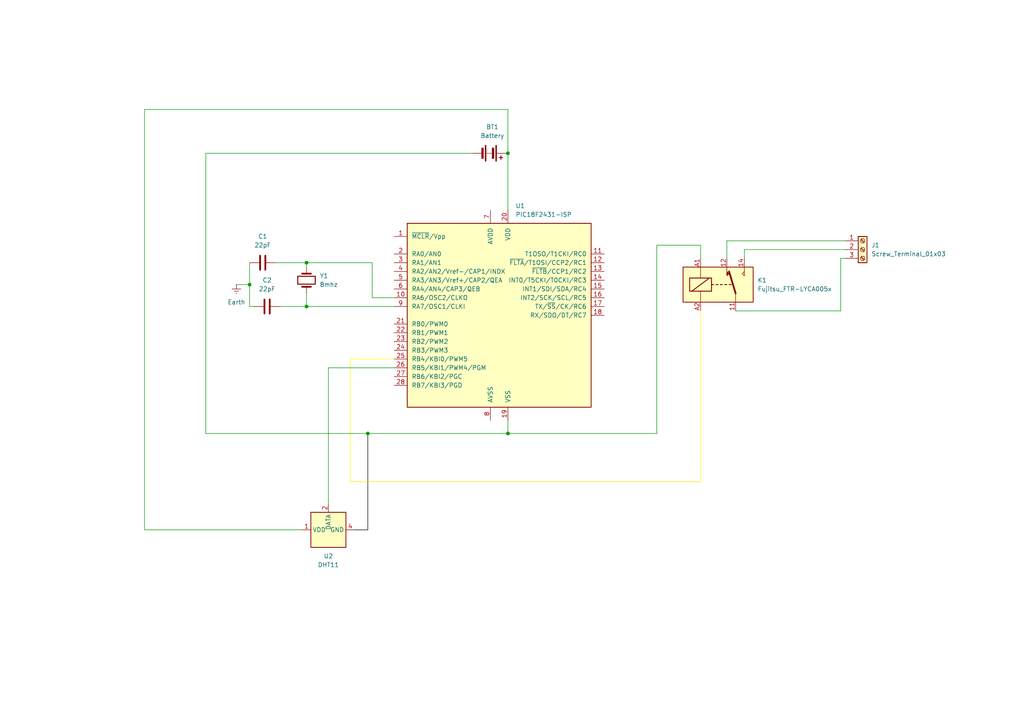
<source format=kicad_sch>
(kicad_sch
	(version 20231120)
	(generator "eeschema")
	(generator_version "8.0")
	(uuid "744d7853-7bb6-41dc-8597-f2adce0e5a82")
	(paper "A4")
	(lib_symbols
		(symbol "Connector:Screw_Terminal_01x03"
			(pin_names
				(offset 1.016) hide)
			(exclude_from_sim no)
			(in_bom yes)
			(on_board yes)
			(property "Reference" "J"
				(at 0 5.08 0)
				(effects
					(font
						(size 1.27 1.27)
					)
				)
			)
			(property "Value" "Screw_Terminal_01x03"
				(at 0 -5.08 0)
				(effects
					(font
						(size 1.27 1.27)
					)
				)
			)
			(property "Footprint" ""
				(at 0 0 0)
				(effects
					(font
						(size 1.27 1.27)
					)
					(hide yes)
				)
			)
			(property "Datasheet" "~"
				(at 0 0 0)
				(effects
					(font
						(size 1.27 1.27)
					)
					(hide yes)
				)
			)
			(property "Description" "Generic screw terminal, single row, 01x03, script generated (kicad-library-utils/schlib/autogen/connector/)"
				(at 0 0 0)
				(effects
					(font
						(size 1.27 1.27)
					)
					(hide yes)
				)
			)
			(property "ki_keywords" "screw terminal"
				(at 0 0 0)
				(effects
					(font
						(size 1.27 1.27)
					)
					(hide yes)
				)
			)
			(property "ki_fp_filters" "TerminalBlock*:*"
				(at 0 0 0)
				(effects
					(font
						(size 1.27 1.27)
					)
					(hide yes)
				)
			)
			(symbol "Screw_Terminal_01x03_1_1"
				(rectangle
					(start -1.27 3.81)
					(end 1.27 -3.81)
					(stroke
						(width 0.254)
						(type default)
					)
					(fill
						(type background)
					)
				)
				(circle
					(center 0 -2.54)
					(radius 0.635)
					(stroke
						(width 0.1524)
						(type default)
					)
					(fill
						(type none)
					)
				)
				(polyline
					(pts
						(xy -0.5334 -2.2098) (xy 0.3302 -3.048)
					)
					(stroke
						(width 0.1524)
						(type default)
					)
					(fill
						(type none)
					)
				)
				(polyline
					(pts
						(xy -0.5334 0.3302) (xy 0.3302 -0.508)
					)
					(stroke
						(width 0.1524)
						(type default)
					)
					(fill
						(type none)
					)
				)
				(polyline
					(pts
						(xy -0.5334 2.8702) (xy 0.3302 2.032)
					)
					(stroke
						(width 0.1524)
						(type default)
					)
					(fill
						(type none)
					)
				)
				(polyline
					(pts
						(xy -0.3556 -2.032) (xy 0.508 -2.8702)
					)
					(stroke
						(width 0.1524)
						(type default)
					)
					(fill
						(type none)
					)
				)
				(polyline
					(pts
						(xy -0.3556 0.508) (xy 0.508 -0.3302)
					)
					(stroke
						(width 0.1524)
						(type default)
					)
					(fill
						(type none)
					)
				)
				(polyline
					(pts
						(xy -0.3556 3.048) (xy 0.508 2.2098)
					)
					(stroke
						(width 0.1524)
						(type default)
					)
					(fill
						(type none)
					)
				)
				(circle
					(center 0 0)
					(radius 0.635)
					(stroke
						(width 0.1524)
						(type default)
					)
					(fill
						(type none)
					)
				)
				(circle
					(center 0 2.54)
					(radius 0.635)
					(stroke
						(width 0.1524)
						(type default)
					)
					(fill
						(type none)
					)
				)
				(pin passive line
					(at -5.08 2.54 0)
					(length 3.81)
					(name "Pin_1"
						(effects
							(font
								(size 1.27 1.27)
							)
						)
					)
					(number "1"
						(effects
							(font
								(size 1.27 1.27)
							)
						)
					)
				)
				(pin passive line
					(at -5.08 0 0)
					(length 3.81)
					(name "Pin_2"
						(effects
							(font
								(size 1.27 1.27)
							)
						)
					)
					(number "2"
						(effects
							(font
								(size 1.27 1.27)
							)
						)
					)
				)
				(pin passive line
					(at -5.08 -2.54 0)
					(length 3.81)
					(name "Pin_3"
						(effects
							(font
								(size 1.27 1.27)
							)
						)
					)
					(number "3"
						(effects
							(font
								(size 1.27 1.27)
							)
						)
					)
				)
			)
		)
		(symbol "Device:Battery"
			(pin_numbers hide)
			(pin_names
				(offset 0) hide)
			(exclude_from_sim no)
			(in_bom yes)
			(on_board yes)
			(property "Reference" "BT"
				(at 2.54 2.54 0)
				(effects
					(font
						(size 1.27 1.27)
					)
					(justify left)
				)
			)
			(property "Value" "Battery"
				(at 2.54 0 0)
				(effects
					(font
						(size 1.27 1.27)
					)
					(justify left)
				)
			)
			(property "Footprint" ""
				(at 0 1.524 90)
				(effects
					(font
						(size 1.27 1.27)
					)
					(hide yes)
				)
			)
			(property "Datasheet" "~"
				(at 0 1.524 90)
				(effects
					(font
						(size 1.27 1.27)
					)
					(hide yes)
				)
			)
			(property "Description" "Multiple-cell battery"
				(at 0 0 0)
				(effects
					(font
						(size 1.27 1.27)
					)
					(hide yes)
				)
			)
			(property "ki_keywords" "batt voltage-source cell"
				(at 0 0 0)
				(effects
					(font
						(size 1.27 1.27)
					)
					(hide yes)
				)
			)
			(symbol "Battery_0_1"
				(rectangle
					(start -2.286 -1.27)
					(end 2.286 -1.524)
					(stroke
						(width 0)
						(type default)
					)
					(fill
						(type outline)
					)
				)
				(rectangle
					(start -2.286 1.778)
					(end 2.286 1.524)
					(stroke
						(width 0)
						(type default)
					)
					(fill
						(type outline)
					)
				)
				(rectangle
					(start -1.524 -2.032)
					(end 1.524 -2.54)
					(stroke
						(width 0)
						(type default)
					)
					(fill
						(type outline)
					)
				)
				(rectangle
					(start -1.524 1.016)
					(end 1.524 0.508)
					(stroke
						(width 0)
						(type default)
					)
					(fill
						(type outline)
					)
				)
				(polyline
					(pts
						(xy 0 -1.016) (xy 0 -0.762)
					)
					(stroke
						(width 0)
						(type default)
					)
					(fill
						(type none)
					)
				)
				(polyline
					(pts
						(xy 0 -0.508) (xy 0 -0.254)
					)
					(stroke
						(width 0)
						(type default)
					)
					(fill
						(type none)
					)
				)
				(polyline
					(pts
						(xy 0 0) (xy 0 0.254)
					)
					(stroke
						(width 0)
						(type default)
					)
					(fill
						(type none)
					)
				)
				(polyline
					(pts
						(xy 0 1.778) (xy 0 2.54)
					)
					(stroke
						(width 0)
						(type default)
					)
					(fill
						(type none)
					)
				)
				(polyline
					(pts
						(xy 0.762 3.048) (xy 1.778 3.048)
					)
					(stroke
						(width 0.254)
						(type default)
					)
					(fill
						(type none)
					)
				)
				(polyline
					(pts
						(xy 1.27 3.556) (xy 1.27 2.54)
					)
					(stroke
						(width 0.254)
						(type default)
					)
					(fill
						(type none)
					)
				)
			)
			(symbol "Battery_1_1"
				(pin passive line
					(at 0 5.08 270)
					(length 2.54)
					(name "+"
						(effects
							(font
								(size 1.27 1.27)
							)
						)
					)
					(number "1"
						(effects
							(font
								(size 1.27 1.27)
							)
						)
					)
				)
				(pin passive line
					(at 0 -5.08 90)
					(length 2.54)
					(name "-"
						(effects
							(font
								(size 1.27 1.27)
							)
						)
					)
					(number "2"
						(effects
							(font
								(size 1.27 1.27)
							)
						)
					)
				)
			)
		)
		(symbol "Device:C"
			(pin_numbers hide)
			(pin_names
				(offset 0.254)
			)
			(exclude_from_sim no)
			(in_bom yes)
			(on_board yes)
			(property "Reference" "C"
				(at 0.635 2.54 0)
				(effects
					(font
						(size 1.27 1.27)
					)
					(justify left)
				)
			)
			(property "Value" "C"
				(at 0.635 -2.54 0)
				(effects
					(font
						(size 1.27 1.27)
					)
					(justify left)
				)
			)
			(property "Footprint" ""
				(at 0.9652 -3.81 0)
				(effects
					(font
						(size 1.27 1.27)
					)
					(hide yes)
				)
			)
			(property "Datasheet" "~"
				(at 0 0 0)
				(effects
					(font
						(size 1.27 1.27)
					)
					(hide yes)
				)
			)
			(property "Description" "Unpolarized capacitor"
				(at 0 0 0)
				(effects
					(font
						(size 1.27 1.27)
					)
					(hide yes)
				)
			)
			(property "ki_keywords" "cap capacitor"
				(at 0 0 0)
				(effects
					(font
						(size 1.27 1.27)
					)
					(hide yes)
				)
			)
			(property "ki_fp_filters" "C_*"
				(at 0 0 0)
				(effects
					(font
						(size 1.27 1.27)
					)
					(hide yes)
				)
			)
			(symbol "C_0_1"
				(polyline
					(pts
						(xy -2.032 -0.762) (xy 2.032 -0.762)
					)
					(stroke
						(width 0.508)
						(type default)
					)
					(fill
						(type none)
					)
				)
				(polyline
					(pts
						(xy -2.032 0.762) (xy 2.032 0.762)
					)
					(stroke
						(width 0.508)
						(type default)
					)
					(fill
						(type none)
					)
				)
			)
			(symbol "C_1_1"
				(pin passive line
					(at 0 3.81 270)
					(length 2.794)
					(name "~"
						(effects
							(font
								(size 1.27 1.27)
							)
						)
					)
					(number "1"
						(effects
							(font
								(size 1.27 1.27)
							)
						)
					)
				)
				(pin passive line
					(at 0 -3.81 90)
					(length 2.794)
					(name "~"
						(effects
							(font
								(size 1.27 1.27)
							)
						)
					)
					(number "2"
						(effects
							(font
								(size 1.27 1.27)
							)
						)
					)
				)
			)
		)
		(symbol "Device:Crystal"
			(pin_numbers hide)
			(pin_names
				(offset 1.016) hide)
			(exclude_from_sim no)
			(in_bom yes)
			(on_board yes)
			(property "Reference" "Y"
				(at 0 3.81 0)
				(effects
					(font
						(size 1.27 1.27)
					)
				)
			)
			(property "Value" "Crystal"
				(at 0 -3.81 0)
				(effects
					(font
						(size 1.27 1.27)
					)
				)
			)
			(property "Footprint" ""
				(at 0 0 0)
				(effects
					(font
						(size 1.27 1.27)
					)
					(hide yes)
				)
			)
			(property "Datasheet" "~"
				(at 0 0 0)
				(effects
					(font
						(size 1.27 1.27)
					)
					(hide yes)
				)
			)
			(property "Description" "Two pin crystal"
				(at 0 0 0)
				(effects
					(font
						(size 1.27 1.27)
					)
					(hide yes)
				)
			)
			(property "ki_keywords" "quartz ceramic resonator oscillator"
				(at 0 0 0)
				(effects
					(font
						(size 1.27 1.27)
					)
					(hide yes)
				)
			)
			(property "ki_fp_filters" "Crystal*"
				(at 0 0 0)
				(effects
					(font
						(size 1.27 1.27)
					)
					(hide yes)
				)
			)
			(symbol "Crystal_0_1"
				(rectangle
					(start -1.143 2.54)
					(end 1.143 -2.54)
					(stroke
						(width 0.3048)
						(type default)
					)
					(fill
						(type none)
					)
				)
				(polyline
					(pts
						(xy -2.54 0) (xy -1.905 0)
					)
					(stroke
						(width 0)
						(type default)
					)
					(fill
						(type none)
					)
				)
				(polyline
					(pts
						(xy -1.905 -1.27) (xy -1.905 1.27)
					)
					(stroke
						(width 0.508)
						(type default)
					)
					(fill
						(type none)
					)
				)
				(polyline
					(pts
						(xy 1.905 -1.27) (xy 1.905 1.27)
					)
					(stroke
						(width 0.508)
						(type default)
					)
					(fill
						(type none)
					)
				)
				(polyline
					(pts
						(xy 2.54 0) (xy 1.905 0)
					)
					(stroke
						(width 0)
						(type default)
					)
					(fill
						(type none)
					)
				)
			)
			(symbol "Crystal_1_1"
				(pin passive line
					(at -3.81 0 0)
					(length 1.27)
					(name "1"
						(effects
							(font
								(size 1.27 1.27)
							)
						)
					)
					(number "1"
						(effects
							(font
								(size 1.27 1.27)
							)
						)
					)
				)
				(pin passive line
					(at 3.81 0 180)
					(length 1.27)
					(name "2"
						(effects
							(font
								(size 1.27 1.27)
							)
						)
					)
					(number "2"
						(effects
							(font
								(size 1.27 1.27)
							)
						)
					)
				)
			)
		)
		(symbol "MCU_Microchip_PIC18:PIC18F2431-ISP"
			(pin_names
				(offset 1.27)
			)
			(exclude_from_sim no)
			(in_bom yes)
			(on_board yes)
			(property "Reference" "U"
				(at -25.4 27.94 0)
				(effects
					(font
						(size 1.27 1.27)
					)
				)
			)
			(property "Value" "PIC18F2431-ISP"
				(at 16.51 -27.94 0)
				(effects
					(font
						(size 1.27 1.27)
					)
				)
			)
			(property "Footprint" "Package_DIP:DIP-28_W7.62mm"
				(at 0 0 0)
				(effects
					(font
						(size 1.27 1.27)
						(italic yes)
					)
					(hide yes)
				)
			)
			(property "Datasheet" "http://ww1.microchip.com/downloads/en/DeviceDoc/39616d.pdf"
				(at 0 -10.16 0)
				(effects
					(font
						(size 1.27 1.27)
					)
					(hide yes)
				)
			)
			(property "Description" "16K Flash, 768B SRAM, 256B EEPROM, nanoWatt XLP, ADC, PWM, SPDIP28"
				(at 0 0 0)
				(effects
					(font
						(size 1.27 1.27)
					)
					(hide yes)
				)
			)
			(property "ki_keywords" "Flash-Based 8-Bit Microcontroller XLP"
				(at 0 0 0)
				(effects
					(font
						(size 1.27 1.27)
					)
					(hide yes)
				)
			)
			(property "ki_fp_filters" "DIP*W7.62mm* PDIP*W7.62mm*"
				(at 0 0 0)
				(effects
					(font
						(size 1.27 1.27)
					)
					(hide yes)
				)
			)
			(symbol "PIC18F2431-ISP_0_1"
				(rectangle
					(start -26.67 26.67)
					(end 26.67 -26.67)
					(stroke
						(width 0.254)
						(type default)
					)
					(fill
						(type background)
					)
				)
			)
			(symbol "PIC18F2431-ISP_1_1"
				(pin input line
					(at -30.48 22.86 0)
					(length 3.81)
					(name "~{MCLR}/Vpp"
						(effects
							(font
								(size 1.27 1.27)
							)
						)
					)
					(number "1"
						(effects
							(font
								(size 1.27 1.27)
							)
						)
					)
				)
				(pin bidirectional line
					(at -30.48 5.08 0)
					(length 3.81)
					(name "RA6/OSC2/CLKO"
						(effects
							(font
								(size 1.27 1.27)
							)
						)
					)
					(number "10"
						(effects
							(font
								(size 1.27 1.27)
							)
						)
					)
				)
				(pin bidirectional line
					(at 30.48 17.78 180)
					(length 3.81)
					(name "T1OSO/T1CKI/RC0"
						(effects
							(font
								(size 1.27 1.27)
							)
						)
					)
					(number "11"
						(effects
							(font
								(size 1.27 1.27)
							)
						)
					)
				)
				(pin bidirectional line
					(at 30.48 15.24 180)
					(length 3.81)
					(name "~{FLTA}/T1OSI/CCP2/RC1"
						(effects
							(font
								(size 1.27 1.27)
							)
						)
					)
					(number "12"
						(effects
							(font
								(size 1.27 1.27)
							)
						)
					)
				)
				(pin bidirectional line
					(at 30.48 12.7 180)
					(length 3.81)
					(name "~{FLTB}/CCP1/RC2"
						(effects
							(font
								(size 1.27 1.27)
							)
						)
					)
					(number "13"
						(effects
							(font
								(size 1.27 1.27)
							)
						)
					)
				)
				(pin bidirectional line
					(at 30.48 10.16 180)
					(length 3.81)
					(name "INT0/T5CKI/T0CKI/RC3"
						(effects
							(font
								(size 1.27 1.27)
							)
						)
					)
					(number "14"
						(effects
							(font
								(size 1.27 1.27)
							)
						)
					)
				)
				(pin bidirectional line
					(at 30.48 7.62 180)
					(length 3.81)
					(name "INT1/SDI/SDA/RC4"
						(effects
							(font
								(size 1.27 1.27)
							)
						)
					)
					(number "15"
						(effects
							(font
								(size 1.27 1.27)
							)
						)
					)
				)
				(pin bidirectional line
					(at 30.48 5.08 180)
					(length 3.81)
					(name "INT2/SCK/SCL/RC5"
						(effects
							(font
								(size 1.27 1.27)
							)
						)
					)
					(number "16"
						(effects
							(font
								(size 1.27 1.27)
							)
						)
					)
				)
				(pin bidirectional line
					(at 30.48 2.54 180)
					(length 3.81)
					(name "TX/~{SS}/CK/RC6"
						(effects
							(font
								(size 1.27 1.27)
							)
						)
					)
					(number "17"
						(effects
							(font
								(size 1.27 1.27)
							)
						)
					)
				)
				(pin bidirectional line
					(at 30.48 0 180)
					(length 3.81)
					(name "RX/SDO/DT/RC7"
						(effects
							(font
								(size 1.27 1.27)
							)
						)
					)
					(number "18"
						(effects
							(font
								(size 1.27 1.27)
							)
						)
					)
				)
				(pin power_in line
					(at 2.54 -30.48 90)
					(length 3.81)
					(name "VSS"
						(effects
							(font
								(size 1.27 1.27)
							)
						)
					)
					(number "19"
						(effects
							(font
								(size 1.27 1.27)
							)
						)
					)
				)
				(pin bidirectional line
					(at -30.48 17.78 0)
					(length 3.81)
					(name "RA0/AN0"
						(effects
							(font
								(size 1.27 1.27)
							)
						)
					)
					(number "2"
						(effects
							(font
								(size 1.27 1.27)
							)
						)
					)
				)
				(pin power_in line
					(at 2.54 30.48 270)
					(length 3.81)
					(name "VDD"
						(effects
							(font
								(size 1.27 1.27)
							)
						)
					)
					(number "20"
						(effects
							(font
								(size 1.27 1.27)
							)
						)
					)
				)
				(pin bidirectional line
					(at -30.48 -2.54 0)
					(length 3.81)
					(name "RB0/PWM0"
						(effects
							(font
								(size 1.27 1.27)
							)
						)
					)
					(number "21"
						(effects
							(font
								(size 1.27 1.27)
							)
						)
					)
				)
				(pin bidirectional line
					(at -30.48 -5.08 0)
					(length 3.81)
					(name "RB1/PWM1"
						(effects
							(font
								(size 1.27 1.27)
							)
						)
					)
					(number "22"
						(effects
							(font
								(size 1.27 1.27)
							)
						)
					)
				)
				(pin bidirectional line
					(at -30.48 -7.62 0)
					(length 3.81)
					(name "RB2/PWM2"
						(effects
							(font
								(size 1.27 1.27)
							)
						)
					)
					(number "23"
						(effects
							(font
								(size 1.27 1.27)
							)
						)
					)
				)
				(pin bidirectional line
					(at -30.48 -10.16 0)
					(length 3.81)
					(name "RB3/PWM3"
						(effects
							(font
								(size 1.27 1.27)
							)
						)
					)
					(number "24"
						(effects
							(font
								(size 1.27 1.27)
							)
						)
					)
				)
				(pin bidirectional line
					(at -30.48 -12.7 0)
					(length 3.81)
					(name "RB4/KBI0/PWM5"
						(effects
							(font
								(size 1.27 1.27)
							)
						)
					)
					(number "25"
						(effects
							(font
								(size 1.27 1.27)
							)
						)
					)
				)
				(pin bidirectional line
					(at -30.48 -15.24 0)
					(length 3.81)
					(name "RB5/KBI1/PWM4/PGM"
						(effects
							(font
								(size 1.27 1.27)
							)
						)
					)
					(number "26"
						(effects
							(font
								(size 1.27 1.27)
							)
						)
					)
				)
				(pin bidirectional line
					(at -30.48 -17.78 0)
					(length 3.81)
					(name "RB6/KBI2/PGC"
						(effects
							(font
								(size 1.27 1.27)
							)
						)
					)
					(number "27"
						(effects
							(font
								(size 1.27 1.27)
							)
						)
					)
				)
				(pin bidirectional line
					(at -30.48 -20.32 0)
					(length 3.81)
					(name "RB7/KBI3/PGD"
						(effects
							(font
								(size 1.27 1.27)
							)
						)
					)
					(number "28"
						(effects
							(font
								(size 1.27 1.27)
							)
						)
					)
				)
				(pin bidirectional line
					(at -30.48 15.24 0)
					(length 3.81)
					(name "RA1/AN1"
						(effects
							(font
								(size 1.27 1.27)
							)
						)
					)
					(number "3"
						(effects
							(font
								(size 1.27 1.27)
							)
						)
					)
				)
				(pin bidirectional line
					(at -30.48 12.7 0)
					(length 3.81)
					(name "RA2/AN2/Vref-/CAP1/INDX"
						(effects
							(font
								(size 1.27 1.27)
							)
						)
					)
					(number "4"
						(effects
							(font
								(size 1.27 1.27)
							)
						)
					)
				)
				(pin bidirectional line
					(at -30.48 10.16 0)
					(length 3.81)
					(name "RA3/AN3/Vref+/CAP2/QEA"
						(effects
							(font
								(size 1.27 1.27)
							)
						)
					)
					(number "5"
						(effects
							(font
								(size 1.27 1.27)
							)
						)
					)
				)
				(pin bidirectional line
					(at -30.48 7.62 0)
					(length 3.81)
					(name "RA4/AN4/CAP3/QEB"
						(effects
							(font
								(size 1.27 1.27)
							)
						)
					)
					(number "6"
						(effects
							(font
								(size 1.27 1.27)
							)
						)
					)
				)
				(pin power_in line
					(at -2.54 30.48 270)
					(length 3.81)
					(name "AVDD"
						(effects
							(font
								(size 1.27 1.27)
							)
						)
					)
					(number "7"
						(effects
							(font
								(size 1.27 1.27)
							)
						)
					)
				)
				(pin power_in line
					(at -2.54 -30.48 90)
					(length 3.81)
					(name "AVSS"
						(effects
							(font
								(size 1.27 1.27)
							)
						)
					)
					(number "8"
						(effects
							(font
								(size 1.27 1.27)
							)
						)
					)
				)
				(pin bidirectional line
					(at -30.48 2.54 0)
					(length 3.81)
					(name "RA7/OSC1/CLKI"
						(effects
							(font
								(size 1.27 1.27)
							)
						)
					)
					(number "9"
						(effects
							(font
								(size 1.27 1.27)
							)
						)
					)
				)
			)
		)
		(symbol "Relay:Fujitsu_FTR-LYCA005x"
			(exclude_from_sim no)
			(in_bom yes)
			(on_board yes)
			(property "Reference" "K"
				(at 11.43 3.81 0)
				(effects
					(font
						(size 1.27 1.27)
					)
					(justify left)
				)
			)
			(property "Value" "Fujitsu_FTR-LYCA005x"
				(at 11.43 1.27 0)
				(effects
					(font
						(size 1.27 1.27)
					)
					(justify left)
				)
			)
			(property "Footprint" "Relay_THT:Relay_SPDT_Fujitsu_FTR-LYCA005x_FormC_Vertical"
				(at 11.43 -1.27 0)
				(effects
					(font
						(size 1.27 1.27)
					)
					(justify left)
					(hide yes)
				)
			)
			(property "Datasheet" "https://www.fujitsu.com/sg/imagesgig5/ftr-ly.pdf"
				(at 16.51 -3.81 0)
				(effects
					(font
						(size 1.27 1.27)
					)
					(justify left)
					(hide yes)
				)
			)
			(property "Description" "Relay, SPDT Form C, vertical mount, 5-60V coil, 6A, 250VAC, 28 x 5 x 15mm"
				(at 0 0 0)
				(effects
					(font
						(size 1.27 1.27)
					)
					(hide yes)
				)
			)
			(property "ki_keywords" "6A SPDT Relay"
				(at 0 0 0)
				(effects
					(font
						(size 1.27 1.27)
					)
					(hide yes)
				)
			)
			(property "ki_fp_filters" "Relay*Fujitsu*FTR?LYC*"
				(at 0 0 0)
				(effects
					(font
						(size 1.27 1.27)
					)
					(hide yes)
				)
			)
			(symbol "Fujitsu_FTR-LYCA005x_0_0"
				(polyline
					(pts
						(xy 7.62 5.08) (xy 7.62 2.54) (xy 6.985 3.175) (xy 7.62 3.81)
					)
					(stroke
						(width 0)
						(type default)
					)
					(fill
						(type none)
					)
				)
			)
			(symbol "Fujitsu_FTR-LYCA005x_0_1"
				(rectangle
					(start -10.16 5.08)
					(end 10.16 -5.08)
					(stroke
						(width 0.254)
						(type default)
					)
					(fill
						(type background)
					)
				)
				(rectangle
					(start -8.255 1.905)
					(end -1.905 -1.905)
					(stroke
						(width 0.254)
						(type default)
					)
					(fill
						(type none)
					)
				)
				(polyline
					(pts
						(xy -7.62 -1.905) (xy -2.54 1.905)
					)
					(stroke
						(width 0.254)
						(type default)
					)
					(fill
						(type none)
					)
				)
				(polyline
					(pts
						(xy -5.08 -5.08) (xy -5.08 -1.905)
					)
					(stroke
						(width 0)
						(type default)
					)
					(fill
						(type none)
					)
				)
				(polyline
					(pts
						(xy -5.08 5.08) (xy -5.08 1.905)
					)
					(stroke
						(width 0)
						(type default)
					)
					(fill
						(type none)
					)
				)
				(polyline
					(pts
						(xy -1.905 0) (xy -1.27 0)
					)
					(stroke
						(width 0.254)
						(type default)
					)
					(fill
						(type none)
					)
				)
				(polyline
					(pts
						(xy -0.635 0) (xy 0 0)
					)
					(stroke
						(width 0.254)
						(type default)
					)
					(fill
						(type none)
					)
				)
				(polyline
					(pts
						(xy 0.635 0) (xy 1.27 0)
					)
					(stroke
						(width 0.254)
						(type default)
					)
					(fill
						(type none)
					)
				)
				(polyline
					(pts
						(xy 1.905 0) (xy 2.54 0)
					)
					(stroke
						(width 0.254)
						(type default)
					)
					(fill
						(type none)
					)
				)
				(polyline
					(pts
						(xy 3.175 0) (xy 3.81 0)
					)
					(stroke
						(width 0.254)
						(type default)
					)
					(fill
						(type none)
					)
				)
				(polyline
					(pts
						(xy 5.08 -2.54) (xy 3.175 3.81)
					)
					(stroke
						(width 0.508)
						(type default)
					)
					(fill
						(type none)
					)
				)
				(polyline
					(pts
						(xy 5.08 -2.54) (xy 5.08 -5.08)
					)
					(stroke
						(width 0)
						(type default)
					)
					(fill
						(type none)
					)
				)
				(polyline
					(pts
						(xy 2.54 5.08) (xy 2.54 2.54) (xy 3.175 3.175) (xy 2.54 3.81)
					)
					(stroke
						(width 0)
						(type default)
					)
					(fill
						(type outline)
					)
				)
			)
			(symbol "Fujitsu_FTR-LYCA005x_1_1"
				(pin passive line
					(at 5.08 -7.62 90)
					(length 2.54)
					(name "~"
						(effects
							(font
								(size 1.27 1.27)
							)
						)
					)
					(number "11"
						(effects
							(font
								(size 1.27 1.27)
							)
						)
					)
				)
				(pin passive line
					(at 2.54 7.62 270)
					(length 2.54)
					(name "~"
						(effects
							(font
								(size 1.27 1.27)
							)
						)
					)
					(number "12"
						(effects
							(font
								(size 1.27 1.27)
							)
						)
					)
				)
				(pin passive line
					(at 7.62 7.62 270)
					(length 2.54)
					(name "~"
						(effects
							(font
								(size 1.27 1.27)
							)
						)
					)
					(number "14"
						(effects
							(font
								(size 1.27 1.27)
							)
						)
					)
				)
				(pin passive line
					(at -5.08 7.62 270)
					(length 2.54)
					(name "~"
						(effects
							(font
								(size 1.27 1.27)
							)
						)
					)
					(number "A1"
						(effects
							(font
								(size 1.27 1.27)
							)
						)
					)
				)
				(pin passive line
					(at -5.08 -7.62 90)
					(length 2.54)
					(name "~"
						(effects
							(font
								(size 1.27 1.27)
							)
						)
					)
					(number "A2"
						(effects
							(font
								(size 1.27 1.27)
							)
						)
					)
				)
			)
		)
		(symbol "Sensor:DHT11"
			(exclude_from_sim no)
			(in_bom yes)
			(on_board yes)
			(property "Reference" "U"
				(at -3.81 6.35 0)
				(effects
					(font
						(size 1.27 1.27)
					)
				)
			)
			(property "Value" "DHT11"
				(at 3.81 6.35 0)
				(effects
					(font
						(size 1.27 1.27)
					)
				)
			)
			(property "Footprint" "Sensor:Aosong_DHT11_5.5x12.0_P2.54mm"
				(at 0 -10.16 0)
				(effects
					(font
						(size 1.27 1.27)
					)
					(hide yes)
				)
			)
			(property "Datasheet" "http://akizukidenshi.com/download/ds/aosong/DHT11.pdf"
				(at 3.81 6.35 0)
				(effects
					(font
						(size 1.27 1.27)
					)
					(hide yes)
				)
			)
			(property "Description" "3.3V to 5.5V, temperature and humidity module, DHT11"
				(at 0 0 0)
				(effects
					(font
						(size 1.27 1.27)
					)
					(hide yes)
				)
			)
			(property "ki_keywords" "digital sensor"
				(at 0 0 0)
				(effects
					(font
						(size 1.27 1.27)
					)
					(hide yes)
				)
			)
			(property "ki_fp_filters" "Aosong*DHT11*5.5x12.0*P2.54mm*"
				(at 0 0 0)
				(effects
					(font
						(size 1.27 1.27)
					)
					(hide yes)
				)
			)
			(symbol "DHT11_0_1"
				(rectangle
					(start -5.08 5.08)
					(end 5.08 -5.08)
					(stroke
						(width 0.254)
						(type default)
					)
					(fill
						(type background)
					)
				)
			)
			(symbol "DHT11_1_1"
				(pin power_in line
					(at 0 7.62 270)
					(length 2.54)
					(name "VDD"
						(effects
							(font
								(size 1.27 1.27)
							)
						)
					)
					(number "1"
						(effects
							(font
								(size 1.27 1.27)
							)
						)
					)
				)
				(pin bidirectional line
					(at 7.62 0 180)
					(length 2.54)
					(name "DATA"
						(effects
							(font
								(size 1.27 1.27)
							)
						)
					)
					(number "2"
						(effects
							(font
								(size 1.27 1.27)
							)
						)
					)
				)
				(pin no_connect line
					(at -5.08 0 0)
					(length 2.54) hide
					(name "NC"
						(effects
							(font
								(size 1.27 1.27)
							)
						)
					)
					(number "3"
						(effects
							(font
								(size 1.27 1.27)
							)
						)
					)
				)
				(pin power_in line
					(at 0 -7.62 90)
					(length 2.54)
					(name "GND"
						(effects
							(font
								(size 1.27 1.27)
							)
						)
					)
					(number "4"
						(effects
							(font
								(size 1.27 1.27)
							)
						)
					)
				)
			)
		)
		(symbol "power:Earth"
			(power)
			(pin_numbers hide)
			(pin_names
				(offset 0) hide)
			(exclude_from_sim no)
			(in_bom yes)
			(on_board yes)
			(property "Reference" "#PWR"
				(at 0 -6.35 0)
				(effects
					(font
						(size 1.27 1.27)
					)
					(hide yes)
				)
			)
			(property "Value" "Earth"
				(at 0 -3.81 0)
				(effects
					(font
						(size 1.27 1.27)
					)
				)
			)
			(property "Footprint" ""
				(at 0 0 0)
				(effects
					(font
						(size 1.27 1.27)
					)
					(hide yes)
				)
			)
			(property "Datasheet" "~"
				(at 0 0 0)
				(effects
					(font
						(size 1.27 1.27)
					)
					(hide yes)
				)
			)
			(property "Description" "Power symbol creates a global label with name \"Earth\""
				(at 0 0 0)
				(effects
					(font
						(size 1.27 1.27)
					)
					(hide yes)
				)
			)
			(property "ki_keywords" "global ground gnd"
				(at 0 0 0)
				(effects
					(font
						(size 1.27 1.27)
					)
					(hide yes)
				)
			)
			(symbol "Earth_0_1"
				(polyline
					(pts
						(xy -0.635 -1.905) (xy 0.635 -1.905)
					)
					(stroke
						(width 0)
						(type default)
					)
					(fill
						(type none)
					)
				)
				(polyline
					(pts
						(xy -0.127 -2.54) (xy 0.127 -2.54)
					)
					(stroke
						(width 0)
						(type default)
					)
					(fill
						(type none)
					)
				)
				(polyline
					(pts
						(xy 0 -1.27) (xy 0 0)
					)
					(stroke
						(width 0)
						(type default)
					)
					(fill
						(type none)
					)
				)
				(polyline
					(pts
						(xy 1.27 -1.27) (xy -1.27 -1.27)
					)
					(stroke
						(width 0)
						(type default)
					)
					(fill
						(type none)
					)
				)
			)
			(symbol "Earth_1_1"
				(pin power_in line
					(at 0 0 270)
					(length 0)
					(name "~"
						(effects
							(font
								(size 1.27 1.27)
							)
						)
					)
					(number "1"
						(effects
							(font
								(size 1.27 1.27)
							)
						)
					)
				)
			)
		)
	)
	(junction
		(at 72.39 82.55)
		(diameter 0)
		(color 0 0 0 0)
		(uuid "7ef79910-899e-4fb2-a185-44acc17a23bd")
	)
	(junction
		(at 147.32 44.45)
		(diameter 0)
		(color 0 0 0 0)
		(uuid "86aff73c-899a-4612-b139-a2c05011fb59")
	)
	(junction
		(at 88.9 76.2)
		(diameter 0)
		(color 0 0 0 0)
		(uuid "9b6893eb-8ab6-4a80-ba93-37def18ee7aa")
	)
	(junction
		(at 106.68 125.73)
		(diameter 0)
		(color 0 0 0 0)
		(uuid "ea1cec37-9d47-4492-95f1-70f2e1e26cd6")
	)
	(junction
		(at 88.9 88.9)
		(diameter 0)
		(color 0 0 0 0)
		(uuid "f3eeb795-c931-44f2-b6f9-d78ca95266b7")
	)
	(junction
		(at 147.32 125.73)
		(diameter 0)
		(color 0 0 0 0)
		(uuid "f5e953d4-2144-4191-bf52-d26aef43e9b3")
	)
	(wire
		(pts
			(xy 215.9 74.93) (xy 215.9 72.39)
		)
		(stroke
			(width 0)
			(type default)
		)
		(uuid "02221113-800b-4745-9cd2-8857121e6871")
	)
	(wire
		(pts
			(xy 101.6 104.14) (xy 101.6 139.7)
		)
		(stroke
			(width 0)
			(type default)
			(color 243 255 0 1)
		)
		(uuid "02f3a559-4c70-4696-8e0f-04ece11bc27a")
	)
	(wire
		(pts
			(xy 114.3 106.68) (xy 95.25 106.68)
		)
		(stroke
			(width 0)
			(type default)
		)
		(uuid "11e07227-9788-47fd-be14-77ed71153891")
	)
	(wire
		(pts
			(xy 243.84 90.17) (xy 243.84 74.93)
		)
		(stroke
			(width 0)
			(type default)
		)
		(uuid "142b6922-6fc4-4b99-b239-d0c499fcb1b8")
	)
	(wire
		(pts
			(xy 106.68 153.67) (xy 106.68 125.73)
		)
		(stroke
			(width 0)
			(type default)
			(color 0 0 0 1)
		)
		(uuid "1c1db33b-072c-40d5-ae2c-f6ea58e75f23")
	)
	(wire
		(pts
			(xy 137.16 44.45) (xy 59.69 44.45)
		)
		(stroke
			(width 0)
			(type default)
		)
		(uuid "2152717e-e3bd-41b5-b85c-375d1c5e24f7")
	)
	(wire
		(pts
			(xy 41.91 153.67) (xy 87.63 153.67)
		)
		(stroke
			(width 0)
			(type default)
		)
		(uuid "2193c8c4-9b4c-4db4-8927-a00efe908c8c")
	)
	(wire
		(pts
			(xy 80.01 76.2) (xy 88.9 76.2)
		)
		(stroke
			(width 0)
			(type default)
		)
		(uuid "225cfcb1-0e2b-450b-9c22-f417d2fc8f49")
	)
	(wire
		(pts
			(xy 210.82 69.85) (xy 245.11 69.85)
		)
		(stroke
			(width 0)
			(type default)
		)
		(uuid "23f91ffe-4578-4d96-be6f-3b1e8323a6a2")
	)
	(wire
		(pts
			(xy 72.39 76.2) (xy 72.39 82.55)
		)
		(stroke
			(width 0)
			(type default)
		)
		(uuid "25789851-538b-41c7-a108-2f24b09bbb41")
	)
	(wire
		(pts
			(xy 114.3 104.14) (xy 101.6 104.14)
		)
		(stroke
			(width 0)
			(type default)
			(color 255 251 0 1)
		)
		(uuid "27bcbf7a-1314-43b0-a638-49351482e5e3")
	)
	(wire
		(pts
			(xy 107.95 86.36) (xy 107.95 76.2)
		)
		(stroke
			(width 0)
			(type default)
		)
		(uuid "2941c97f-2454-4449-bb8a-12e2e6fb7f8d")
	)
	(wire
		(pts
			(xy 88.9 76.2) (xy 107.95 76.2)
		)
		(stroke
			(width 0)
			(type default)
		)
		(uuid "29ed3e81-4a2d-4bc5-a1ca-de363191dc91")
	)
	(wire
		(pts
			(xy 101.6 139.7) (xy 203.2 139.7)
		)
		(stroke
			(width 0)
			(type default)
			(color 255 228 0 1)
		)
		(uuid "30ca7db1-107e-4ef2-80c9-5890e732317a")
	)
	(wire
		(pts
			(xy 147.32 121.92) (xy 147.32 125.73)
		)
		(stroke
			(width 0)
			(type default)
		)
		(uuid "3632f762-fce9-4f78-a8dc-1280bad4da17")
	)
	(wire
		(pts
			(xy 59.69 44.45) (xy 59.69 125.73)
		)
		(stroke
			(width 0)
			(type default)
		)
		(uuid "48f3a881-f2ea-4f89-a875-642e00097e31")
	)
	(wire
		(pts
			(xy 147.32 31.75) (xy 41.91 31.75)
		)
		(stroke
			(width 0)
			(type default)
		)
		(uuid "53d0ffaf-42a1-42df-9ba1-87c4f693376d")
	)
	(wire
		(pts
			(xy 114.3 86.36) (xy 107.95 86.36)
		)
		(stroke
			(width 0)
			(type default)
		)
		(uuid "618e6937-dc65-48aa-ad98-c5c4efb6a68c")
	)
	(wire
		(pts
			(xy 68.58 82.55) (xy 72.39 82.55)
		)
		(stroke
			(width 0)
			(type default)
		)
		(uuid "725de137-bc0f-44c6-9f39-b3f72bf6a7e8")
	)
	(wire
		(pts
			(xy 203.2 71.12) (xy 203.2 74.93)
		)
		(stroke
			(width 0)
			(type default)
		)
		(uuid "7efb2a06-a4d2-44de-acc3-7e612f1713b5")
	)
	(wire
		(pts
			(xy 147.32 44.45) (xy 147.32 31.75)
		)
		(stroke
			(width 0)
			(type default)
		)
		(uuid "8265dd3d-f149-4883-9f8c-f520bd95d711")
	)
	(wire
		(pts
			(xy 243.84 74.93) (xy 245.11 74.93)
		)
		(stroke
			(width 0)
			(type default)
		)
		(uuid "89d9bc15-44ed-4538-b4b2-4f710ec2debe")
	)
	(wire
		(pts
			(xy 72.39 88.9) (xy 73.66 88.9)
		)
		(stroke
			(width 0)
			(type default)
		)
		(uuid "936faf48-b74e-4a03-9608-376942e1aa02")
	)
	(wire
		(pts
			(xy 59.69 125.73) (xy 106.68 125.73)
		)
		(stroke
			(width 0)
			(type default)
		)
		(uuid "98c95156-46f0-4f5c-bc67-babd25ceb7a2")
	)
	(wire
		(pts
			(xy 147.32 44.45) (xy 147.32 60.96)
		)
		(stroke
			(width 0)
			(type default)
		)
		(uuid "9a8e8328-7af0-42ec-9181-8dac060af265")
	)
	(wire
		(pts
			(xy 88.9 76.2) (xy 88.9 77.47)
		)
		(stroke
			(width 0)
			(type default)
		)
		(uuid "a115fe24-7d44-4697-9f35-4b601b62a387")
	)
	(wire
		(pts
			(xy 106.68 125.73) (xy 147.32 125.73)
		)
		(stroke
			(width 0)
			(type default)
		)
		(uuid "cba08976-b0fd-498f-a14b-05fbc72b1dd8")
	)
	(wire
		(pts
			(xy 147.32 125.73) (xy 190.5 125.73)
		)
		(stroke
			(width 0)
			(type default)
		)
		(uuid "cdbd815c-db32-4fb1-80cd-f53858afff9a")
	)
	(wire
		(pts
			(xy 203.2 139.7) (xy 203.2 90.17)
		)
		(stroke
			(width 0)
			(type default)
			(color 255 255 0 1)
		)
		(uuid "d39238f2-d5f0-444e-b2c8-d9d85c1224ca")
	)
	(wire
		(pts
			(xy 72.39 82.55) (xy 72.39 88.9)
		)
		(stroke
			(width 0)
			(type default)
		)
		(uuid "da8b41c8-137b-4397-9d37-59b0d5fd20e0")
	)
	(wire
		(pts
			(xy 102.87 153.67) (xy 106.68 153.67)
		)
		(stroke
			(width 0)
			(type default)
			(color 0 0 0 1)
		)
		(uuid "db3ab4ed-8c0d-4f0c-b179-ac1099f04d73")
	)
	(wire
		(pts
			(xy 213.36 90.17) (xy 243.84 90.17)
		)
		(stroke
			(width 0)
			(type default)
		)
		(uuid "e3702673-a3e6-4b3a-827a-c1513ff85f77")
	)
	(wire
		(pts
			(xy 210.82 74.93) (xy 210.82 69.85)
		)
		(stroke
			(width 0)
			(type default)
		)
		(uuid "eb6cbf80-525e-4162-a0dc-2f88a4f27987")
	)
	(wire
		(pts
			(xy 114.3 88.9) (xy 88.9 88.9)
		)
		(stroke
			(width 0)
			(type default)
		)
		(uuid "eb98d7c3-dbce-4645-8891-1842683e80cf")
	)
	(wire
		(pts
			(xy 95.25 106.68) (xy 95.25 146.05)
		)
		(stroke
			(width 0)
			(type default)
		)
		(uuid "eceb4830-66ac-48e0-ad1e-1d6c3d43de6f")
	)
	(wire
		(pts
			(xy 215.9 72.39) (xy 245.11 72.39)
		)
		(stroke
			(width 0)
			(type default)
		)
		(uuid "ef8eda19-c7eb-4997-bfed-581c92a3e5f0")
	)
	(wire
		(pts
			(xy 41.91 31.75) (xy 41.91 153.67)
		)
		(stroke
			(width 0)
			(type default)
		)
		(uuid "f0f4860c-9cfb-45bd-bf9e-fa7d086ff7c1")
	)
	(wire
		(pts
			(xy 88.9 85.09) (xy 88.9 88.9)
		)
		(stroke
			(width 0)
			(type default)
		)
		(uuid "f5e4c5c2-c6e2-4337-9518-649511e09882")
	)
	(wire
		(pts
			(xy 190.5 71.12) (xy 203.2 71.12)
		)
		(stroke
			(width 0)
			(type default)
		)
		(uuid "f69acaab-c19f-440e-b782-a985c54e6324")
	)
	(wire
		(pts
			(xy 81.28 88.9) (xy 88.9 88.9)
		)
		(stroke
			(width 0)
			(type default)
		)
		(uuid "f84d8cde-6e24-496a-88e7-8412c75ce0ea")
	)
	(wire
		(pts
			(xy 190.5 125.73) (xy 190.5 71.12)
		)
		(stroke
			(width 0)
			(type default)
		)
		(uuid "fc9e839d-49d4-4df6-9810-65c26b3c72d9")
	)
	(symbol
		(lib_id "power:Earth")
		(at 68.58 82.55 0)
		(unit 1)
		(exclude_from_sim no)
		(in_bom yes)
		(on_board yes)
		(dnp no)
		(fields_autoplaced yes)
		(uuid "3b9fa9fc-381a-44f3-8b1f-f08bd92dd338")
		(property "Reference" "#PWR1"
			(at 68.58 88.9 0)
			(effects
				(font
					(size 1.27 1.27)
				)
				(hide yes)
			)
		)
		(property "Value" "Earth"
			(at 68.58 87.63 0)
			(effects
				(font
					(size 1.27 1.27)
				)
			)
		)
		(property "Footprint" ""
			(at 68.58 82.55 0)
			(effects
				(font
					(size 1.27 1.27)
				)
				(hide yes)
			)
		)
		(property "Datasheet" "~"
			(at 68.58 82.55 0)
			(effects
				(font
					(size 1.27 1.27)
				)
				(hide yes)
			)
		)
		(property "Description" "Power symbol creates a global label with name \"Earth\""
			(at 68.58 82.55 0)
			(effects
				(font
					(size 1.27 1.27)
				)
				(hide yes)
			)
		)
		(pin "1"
			(uuid "b9ee3cb6-e873-4b6f-9ecf-d6dd6b117a1b")
		)
		(instances
			(project ""
				(path "/744d7853-7bb6-41dc-8597-f2adce0e5a82"
					(reference "#PWR1")
					(unit 1)
				)
			)
		)
	)
	(symbol
		(lib_id "Device:C")
		(at 76.2 76.2 90)
		(unit 1)
		(exclude_from_sim no)
		(in_bom yes)
		(on_board yes)
		(dnp no)
		(fields_autoplaced yes)
		(uuid "8167329d-7f44-4dc6-bada-53741f55a992")
		(property "Reference" "C1"
			(at 76.2 68.58 90)
			(effects
				(font
					(size 1.27 1.27)
				)
			)
		)
		(property "Value" "22pF"
			(at 76.2 71.12 90)
			(effects
				(font
					(size 1.27 1.27)
				)
			)
		)
		(property "Footprint" ""
			(at 80.01 75.2348 0)
			(effects
				(font
					(size 1.27 1.27)
				)
				(hide yes)
			)
		)
		(property "Datasheet" "~"
			(at 76.2 76.2 0)
			(effects
				(font
					(size 1.27 1.27)
				)
				(hide yes)
			)
		)
		(property "Description" "Unpolarized capacitor"
			(at 76.2 76.2 0)
			(effects
				(font
					(size 1.27 1.27)
				)
				(hide yes)
			)
		)
		(pin "2"
			(uuid "93e737c0-8faa-4672-b3ef-6969e9856120")
		)
		(pin "1"
			(uuid "181183aa-dbaf-4699-9d46-58b1c047867c")
		)
		(instances
			(project ""
				(path "/744d7853-7bb6-41dc-8597-f2adce0e5a82"
					(reference "C1")
					(unit 1)
				)
			)
		)
	)
	(symbol
		(lib_id "Device:Crystal")
		(at 88.9 81.28 90)
		(unit 1)
		(exclude_from_sim no)
		(in_bom yes)
		(on_board yes)
		(dnp no)
		(fields_autoplaced yes)
		(uuid "92c8e28b-0dbf-4206-9717-5874154e6aff")
		(property "Reference" "Y1"
			(at 92.71 80.0099 90)
			(effects
				(font
					(size 1.27 1.27)
				)
				(justify right)
			)
		)
		(property "Value" "8mhz"
			(at 92.71 82.5499 90)
			(effects
				(font
					(size 1.27 1.27)
				)
				(justify right)
			)
		)
		(property "Footprint" ""
			(at 88.9 81.28 0)
			(effects
				(font
					(size 1.27 1.27)
				)
				(hide yes)
			)
		)
		(property "Datasheet" "~"
			(at 88.9 81.28 0)
			(effects
				(font
					(size 1.27 1.27)
				)
				(hide yes)
			)
		)
		(property "Description" "Two pin crystal"
			(at 88.9 81.28 0)
			(effects
				(font
					(size 1.27 1.27)
				)
				(hide yes)
			)
		)
		(pin "1"
			(uuid "aa906b15-fd4f-4f4e-9780-d07f13f02458")
		)
		(pin "2"
			(uuid "d73ea4b3-ffad-4383-a839-f4137b1f7102")
		)
		(instances
			(project ""
				(path "/744d7853-7bb6-41dc-8597-f2adce0e5a82"
					(reference "Y1")
					(unit 1)
				)
			)
		)
	)
	(symbol
		(lib_id "MCU_Microchip_PIC18:PIC18F2431-ISP")
		(at 144.78 91.44 0)
		(unit 1)
		(exclude_from_sim no)
		(in_bom yes)
		(on_board yes)
		(dnp no)
		(fields_autoplaced yes)
		(uuid "9f72a0d8-e06a-4e09-9835-790524c7ed2c")
		(property "Reference" "U1"
			(at 149.5141 59.69 0)
			(effects
				(font
					(size 1.27 1.27)
				)
				(justify left)
			)
		)
		(property "Value" "PIC18F2431-ISP"
			(at 149.5141 62.23 0)
			(effects
				(font
					(size 1.27 1.27)
				)
				(justify left)
			)
		)
		(property "Footprint" "Package_DIP:DIP-28_W7.62mm"
			(at 144.78 91.44 0)
			(effects
				(font
					(size 1.27 1.27)
					(italic yes)
				)
				(hide yes)
			)
		)
		(property "Datasheet" "http://ww1.microchip.com/downloads/en/DeviceDoc/39616d.pdf"
			(at 144.78 101.6 0)
			(effects
				(font
					(size 1.27 1.27)
				)
				(hide yes)
			)
		)
		(property "Description" "16K Flash, 768B SRAM, 256B EEPROM, nanoWatt XLP, ADC, PWM, SPDIP28"
			(at 144.78 91.44 0)
			(effects
				(font
					(size 1.27 1.27)
				)
				(hide yes)
			)
		)
		(pin "10"
			(uuid "00dd6294-d9a3-4ef4-a6e9-b99f6093cc75")
		)
		(pin "27"
			(uuid "3b0f0abe-2d6b-4650-b701-da0be1d6c484")
		)
		(pin "6"
			(uuid "ced0d191-bf58-49e0-ad2b-dc91f55a987a")
		)
		(pin "24"
			(uuid "0d279bca-c097-4139-9a2a-3d7725fd9b19")
		)
		(pin "14"
			(uuid "02b7d560-81ec-4934-95b1-1ed7b451cf72")
		)
		(pin "20"
			(uuid "547bf378-0574-4563-9ef5-ec3d11636765")
		)
		(pin "11"
			(uuid "8d8dfe61-a02c-466b-8290-2ba156f289e9")
		)
		(pin "21"
			(uuid "a6d4331d-bb7c-4c61-b63a-7f37e9dd5323")
		)
		(pin "12"
			(uuid "f2e4eeef-2354-4901-95c1-14145a3e3939")
		)
		(pin "8"
			(uuid "66c506fd-d35b-415a-8b4d-89ce9dfb9da0")
		)
		(pin "2"
			(uuid "43e0457a-1c52-43a8-99e0-694c45643ded")
		)
		(pin "1"
			(uuid "dbe12a88-d4fe-4013-9afc-90f3abbdd3f1")
		)
		(pin "25"
			(uuid "e6502ca8-c056-4db0-95df-a45e11bb5c47")
		)
		(pin "15"
			(uuid "7a92d2c0-4a6a-467d-b094-a97896c620b0")
		)
		(pin "18"
			(uuid "730b20d9-4090-4c8c-84ed-aad64eaebf73")
		)
		(pin "4"
			(uuid "923f8b7e-12b9-4856-9906-a6badc7f2ca9")
		)
		(pin "17"
			(uuid "5fda7a02-a8a4-4a42-ba28-d241abb83be9")
		)
		(pin "19"
			(uuid "d1680c39-6ea5-4afc-8db8-0e464f03f1b2")
		)
		(pin "7"
			(uuid "5b08dcfd-947a-4398-874a-64807585f8b3")
		)
		(pin "22"
			(uuid "6f384ef0-2237-429f-b2ce-d7a7b8f735ed")
		)
		(pin "28"
			(uuid "bf4df6dc-be7c-46f1-9f35-6762a2724e31")
		)
		(pin "5"
			(uuid "3fb04aca-faff-4d37-aa4f-a4ad7810b081")
		)
		(pin "26"
			(uuid "fdfa8eb5-8d24-4951-89b6-bbf5aa666fb1")
		)
		(pin "3"
			(uuid "cc0595d1-02da-400f-a9e5-739b916aeec9")
		)
		(pin "9"
			(uuid "568c5a02-d854-4ee8-96e4-7451ac9a4968")
		)
		(pin "13"
			(uuid "0a5ac47c-2a1f-4bb6-9334-b95ce247a4bc")
		)
		(pin "23"
			(uuid "1bdedd91-cae8-4d6e-b034-2d97cb4b44e3")
		)
		(pin "16"
			(uuid "1aacae5e-7c5f-4875-9aea-ba2611c2ac48")
		)
		(instances
			(project ""
				(path "/744d7853-7bb6-41dc-8597-f2adce0e5a82"
					(reference "U1")
					(unit 1)
				)
			)
		)
	)
	(symbol
		(lib_id "Relay:Fujitsu_FTR-LYCA005x")
		(at 208.28 82.55 0)
		(unit 1)
		(exclude_from_sim no)
		(in_bom yes)
		(on_board yes)
		(dnp no)
		(fields_autoplaced yes)
		(uuid "bb26f98b-e9b7-4374-adf6-19390bb55e87")
		(property "Reference" "K1"
			(at 219.71 81.2799 0)
			(effects
				(font
					(size 1.27 1.27)
				)
				(justify left)
			)
		)
		(property "Value" "Fujitsu_FTR-LYCA005x"
			(at 219.71 83.8199 0)
			(effects
				(font
					(size 1.27 1.27)
				)
				(justify left)
			)
		)
		(property "Footprint" "Relay_THT:Relay_SPDT_Fujitsu_FTR-LYCA005x_FormC_Vertical"
			(at 219.71 83.82 0)
			(effects
				(font
					(size 1.27 1.27)
				)
				(justify left)
				(hide yes)
			)
		)
		(property "Datasheet" "https://www.fujitsu.com/sg/imagesgig5/ftr-ly.pdf"
			(at 224.79 86.36 0)
			(effects
				(font
					(size 1.27 1.27)
				)
				(justify left)
				(hide yes)
			)
		)
		(property "Description" "Relay, SPDT Form C, vertical mount, 5-60V coil, 6A, 250VAC, 28 x 5 x 15mm"
			(at 208.28 82.55 0)
			(effects
				(font
					(size 1.27 1.27)
				)
				(hide yes)
			)
		)
		(pin "12"
			(uuid "7ed421c9-addb-43ce-9ebf-d51b1228362f")
		)
		(pin "14"
			(uuid "f2d1cd09-bd8b-4b76-8301-bfa76a74873b")
		)
		(pin "11"
			(uuid "a7a068e3-a71c-448d-9b49-3f3119429520")
		)
		(pin "A1"
			(uuid "658ff824-d1f6-4305-a3a5-e1547de00c1b")
		)
		(pin "A2"
			(uuid "a41bc0e3-7483-4a34-9419-db0830aaae38")
		)
		(instances
			(project ""
				(path "/744d7853-7bb6-41dc-8597-f2adce0e5a82"
					(reference "K1")
					(unit 1)
				)
			)
		)
	)
	(symbol
		(lib_id "Device:Battery")
		(at 142.24 44.45 270)
		(unit 1)
		(exclude_from_sim no)
		(in_bom yes)
		(on_board yes)
		(dnp no)
		(fields_autoplaced yes)
		(uuid "bcd9e65e-e506-43b6-a8fb-679c4ace72c5")
		(property "Reference" "BT1"
			(at 142.8115 36.83 90)
			(effects
				(font
					(size 1.27 1.27)
				)
			)
		)
		(property "Value" "Battery"
			(at 142.8115 39.37 90)
			(effects
				(font
					(size 1.27 1.27)
				)
			)
		)
		(property "Footprint" ""
			(at 143.764 44.45 90)
			(effects
				(font
					(size 1.27 1.27)
				)
				(hide yes)
			)
		)
		(property "Datasheet" "~"
			(at 143.764 44.45 90)
			(effects
				(font
					(size 1.27 1.27)
				)
				(hide yes)
			)
		)
		(property "Description" "Multiple-cell battery"
			(at 142.24 44.45 0)
			(effects
				(font
					(size 1.27 1.27)
				)
				(hide yes)
			)
		)
		(pin "2"
			(uuid "168f18d9-9728-47c8-acd3-bfc6290e63e8")
		)
		(pin "1"
			(uuid "643f2c21-09a5-4f8f-971e-6f4719e698f2")
		)
		(instances
			(project ""
				(path "/744d7853-7bb6-41dc-8597-f2adce0e5a82"
					(reference "BT1")
					(unit 1)
				)
			)
		)
	)
	(symbol
		(lib_id "Device:C")
		(at 77.47 88.9 90)
		(unit 1)
		(exclude_from_sim no)
		(in_bom yes)
		(on_board yes)
		(dnp no)
		(fields_autoplaced yes)
		(uuid "dd961153-c197-4c0f-a13c-9eacc677fab6")
		(property "Reference" "C2"
			(at 77.47 81.28 90)
			(effects
				(font
					(size 1.27 1.27)
				)
			)
		)
		(property "Value" "22pF"
			(at 77.47 83.82 90)
			(effects
				(font
					(size 1.27 1.27)
				)
			)
		)
		(property "Footprint" ""
			(at 81.28 87.9348 0)
			(effects
				(font
					(size 1.27 1.27)
				)
				(hide yes)
			)
		)
		(property "Datasheet" "~"
			(at 77.47 88.9 0)
			(effects
				(font
					(size 1.27 1.27)
				)
				(hide yes)
			)
		)
		(property "Description" "Unpolarized capacitor"
			(at 77.47 88.9 0)
			(effects
				(font
					(size 1.27 1.27)
				)
				(hide yes)
			)
		)
		(pin "1"
			(uuid "2456ffc8-d060-49c2-aec3-80b88c2783fc")
		)
		(pin "2"
			(uuid "31ef4597-4286-43d0-923f-c107b872a609")
		)
		(instances
			(project ""
				(path "/744d7853-7bb6-41dc-8597-f2adce0e5a82"
					(reference "C2")
					(unit 1)
				)
			)
		)
	)
	(symbol
		(lib_id "Connector:Screw_Terminal_01x03")
		(at 250.19 72.39 0)
		(unit 1)
		(exclude_from_sim no)
		(in_bom yes)
		(on_board yes)
		(dnp no)
		(fields_autoplaced yes)
		(uuid "dff8d7b7-e77c-4e14-9982-4bbab6e5dca3")
		(property "Reference" "J1"
			(at 252.73 71.1199 0)
			(effects
				(font
					(size 1.27 1.27)
				)
				(justify left)
			)
		)
		(property "Value" "Screw_Terminal_01x03"
			(at 252.73 73.6599 0)
			(effects
				(font
					(size 1.27 1.27)
				)
				(justify left)
			)
		)
		(property "Footprint" ""
			(at 250.19 72.39 0)
			(effects
				(font
					(size 1.27 1.27)
				)
				(hide yes)
			)
		)
		(property "Datasheet" "~"
			(at 250.19 72.39 0)
			(effects
				(font
					(size 1.27 1.27)
				)
				(hide yes)
			)
		)
		(property "Description" "Generic screw terminal, single row, 01x03, script generated (kicad-library-utils/schlib/autogen/connector/)"
			(at 250.19 72.39 0)
			(effects
				(font
					(size 1.27 1.27)
				)
				(hide yes)
			)
		)
		(pin "3"
			(uuid "8c0aa718-7467-4e2d-8714-697ffd16c57e")
		)
		(pin "1"
			(uuid "d19aa05b-ddfc-4f8b-a1e1-c800734b7df4")
		)
		(pin "2"
			(uuid "d6167df1-a68f-4589-bc34-ec17dcddf67c")
		)
		(instances
			(project ""
				(path "/744d7853-7bb6-41dc-8597-f2adce0e5a82"
					(reference "J1")
					(unit 1)
				)
			)
		)
	)
	(symbol
		(lib_id "Sensor:DHT11")
		(at 95.25 153.67 90)
		(unit 1)
		(exclude_from_sim no)
		(in_bom yes)
		(on_board yes)
		(dnp no)
		(fields_autoplaced yes)
		(uuid "ea189e8d-9b57-42e3-a068-7edd8191e0df")
		(property "Reference" "U2"
			(at 95.25 161.29 90)
			(effects
				(font
					(size 1.27 1.27)
				)
			)
		)
		(property "Value" "DHT11"
			(at 95.25 163.83 90)
			(effects
				(font
					(size 1.27 1.27)
				)
			)
		)
		(property "Footprint" "Sensor:Aosong_DHT11_5.5x12.0_P2.54mm"
			(at 105.41 153.67 0)
			(effects
				(font
					(size 1.27 1.27)
				)
				(hide yes)
			)
		)
		(property "Datasheet" "http://akizukidenshi.com/download/ds/aosong/DHT11.pdf"
			(at 88.9 149.86 0)
			(effects
				(font
					(size 1.27 1.27)
				)
				(hide yes)
			)
		)
		(property "Description" "3.3V to 5.5V, temperature and humidity module, DHT11"
			(at 95.25 153.67 0)
			(effects
				(font
					(size 1.27 1.27)
				)
				(hide yes)
			)
		)
		(pin "3"
			(uuid "6b683ef7-e958-4a14-88bb-6c23e9157da1")
		)
		(pin "2"
			(uuid "3933db40-f418-42de-8ad5-2055408f57be")
		)
		(pin "1"
			(uuid "309dd0ad-8d22-4c98-ae50-52c033fe323a")
		)
		(pin "4"
			(uuid "1f01cf79-9b05-4698-a112-991d8e60c974")
		)
		(instances
			(project ""
				(path "/744d7853-7bb6-41dc-8597-f2adce0e5a82"
					(reference "U2")
					(unit 1)
				)
			)
		)
	)
	(sheet_instances
		(path "/"
			(page "1")
		)
	)
)

</source>
